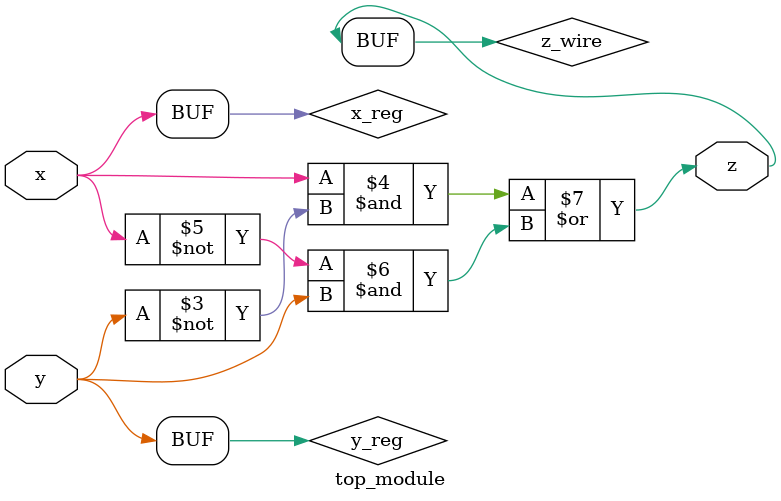
<source format=sv>
module top_module (
  input x,
  input y,
  output z
);
  
  reg x_reg;
  reg y_reg;
  wire z_wire;

  always @(x) begin
    x_reg <= x;
  end

  always @(y) begin
    y_reg <= y;
  end

  assign z_wire = (x_reg & (~y_reg)) | (~x_reg & y_reg);
  assign z = z_wire;

endmodule

</source>
